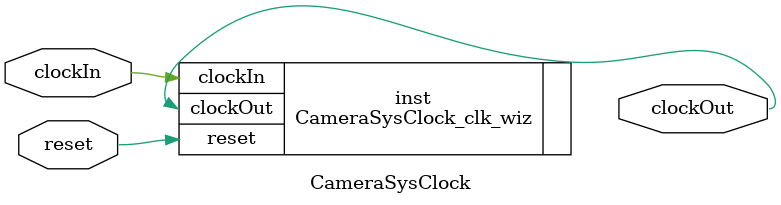
<source format=v>


`timescale 1ps/1ps

(* CORE_GENERATION_INFO = "CameraSysClock,clk_wiz_v6_0_1_0_0,{component_name=CameraSysClock,use_phase_alignment=true,use_min_o_jitter=false,use_max_i_jitter=false,use_dyn_phase_shift=false,use_inclk_switchover=false,use_dyn_reconfig=false,enable_axi=0,feedback_source=FDBK_AUTO,PRIMITIVE=MMCM,num_out_clk=1,clkin1_period=83.333,clkin2_period=10.0,use_power_down=false,use_reset=true,use_locked=false,use_inclk_stopped=false,feedback_type=SINGLE,CLOCK_MGR_TYPE=NA,manual_override=false}" *)

module CameraSysClock 
 (
  // Clock out ports
  output        clockOut,
  // Status and control signals
  input         reset,
 // Clock in ports
  input         clockIn
 );

  CameraSysClock_clk_wiz inst
  (
  // Clock out ports  
  .clockOut(clockOut),
  // Status and control signals               
  .reset(reset), 
 // Clock in ports
  .clockIn(clockIn)
  );

endmodule

</source>
